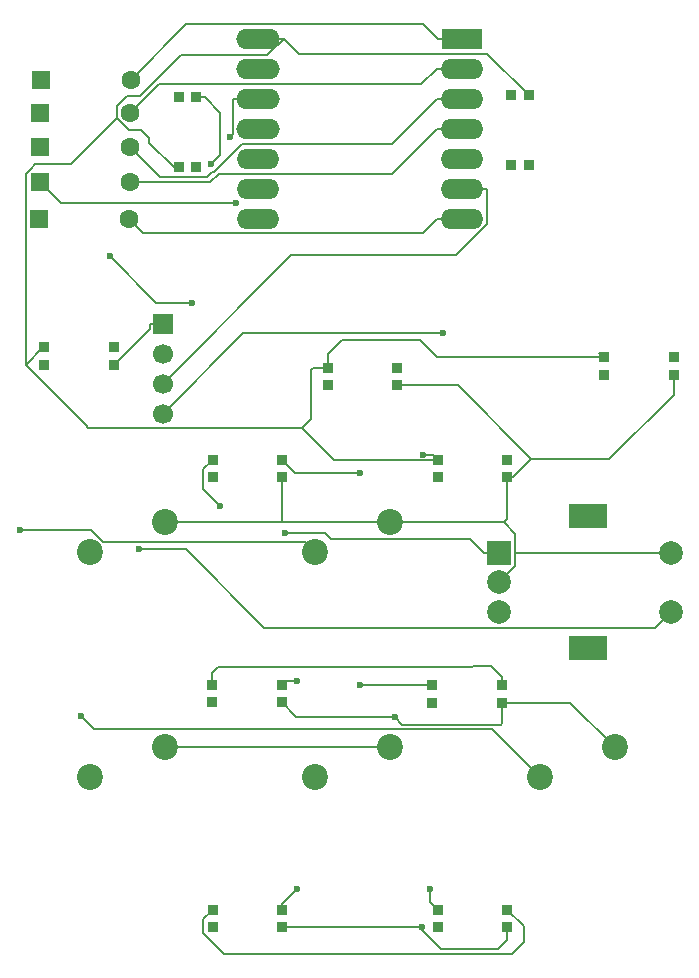
<source format=gbr>
%TF.GenerationSoftware,KiCad,Pcbnew,9.0.7*%
%TF.CreationDate,2026-01-31T12:03:09-06:00*%
%TF.ProjectId,PRO,50524f2e-6b69-4636-9164-5f7063625858,rev?*%
%TF.SameCoordinates,Original*%
%TF.FileFunction,Copper,L2,Bot*%
%TF.FilePolarity,Positive*%
%FSLAX46Y46*%
G04 Gerber Fmt 4.6, Leading zero omitted, Abs format (unit mm)*
G04 Created by KiCad (PCBNEW 9.0.7) date 2026-01-31 12:03:09*
%MOMM*%
%LPD*%
G01*
G04 APERTURE LIST*
G04 Aperture macros list*
%AMRoundRect*
0 Rectangle with rounded corners*
0 $1 Rounding radius*
0 $2 $3 $4 $5 $6 $7 $8 $9 X,Y pos of 4 corners*
0 Add a 4 corners polygon primitive as box body*
4,1,4,$2,$3,$4,$5,$6,$7,$8,$9,$2,$3,0*
0 Add four circle primitives for the rounded corners*
1,1,$1+$1,$2,$3*
1,1,$1+$1,$4,$5*
1,1,$1+$1,$6,$7*
1,1,$1+$1,$8,$9*
0 Add four rect primitives between the rounded corners*
20,1,$1+$1,$2,$3,$4,$5,0*
20,1,$1+$1,$4,$5,$6,$7,0*
20,1,$1+$1,$6,$7,$8,$9,0*
20,1,$1+$1,$8,$9,$2,$3,0*%
G04 Aperture macros list end*
%TA.AperFunction,SMDPad,CuDef*%
%ADD10RoundRect,0.082000X-0.368000X0.328000X-0.368000X-0.328000X0.368000X-0.328000X0.368000X0.328000X0*%
%TD*%
%TA.AperFunction,SMDPad,CuDef*%
%ADD11RoundRect,0.082000X-0.367999X0.328000X-0.367999X-0.328000X0.367999X-0.328000X0.367999X0.328000X0*%
%TD*%
%TA.AperFunction,ComponentPad*%
%ADD12R,2.000000X2.000000*%
%TD*%
%TA.AperFunction,ComponentPad*%
%ADD13C,2.000000*%
%TD*%
%TA.AperFunction,ComponentPad*%
%ADD14R,3.200000X2.000000*%
%TD*%
%TA.AperFunction,SMDPad,CuDef*%
%ADD15RoundRect,0.082000X0.328000X0.367999X-0.328000X0.367999X-0.328000X-0.367999X0.328000X-0.367999X0*%
%TD*%
%TA.AperFunction,SMDPad,CuDef*%
%ADD16RoundRect,0.082000X0.328000X0.368000X-0.328000X0.368000X-0.328000X-0.368000X0.328000X-0.368000X0*%
%TD*%
%TA.AperFunction,SMDPad,CuDef*%
%ADD17RoundRect,0.082000X-0.328000X-0.367999X0.328000X-0.367999X0.328000X0.367999X-0.328000X0.367999X0*%
%TD*%
%TA.AperFunction,SMDPad,CuDef*%
%ADD18RoundRect,0.082000X-0.328000X-0.368000X0.328000X-0.368000X0.328000X0.368000X-0.328000X0.368000X0*%
%TD*%
%TA.AperFunction,ComponentPad*%
%ADD19C,2.200000*%
%TD*%
%TA.AperFunction,ComponentPad*%
%ADD20RoundRect,0.250000X-0.550000X-0.550000X0.550000X-0.550000X0.550000X0.550000X-0.550000X0.550000X0*%
%TD*%
%TA.AperFunction,ComponentPad*%
%ADD21C,1.600000*%
%TD*%
%TA.AperFunction,ComponentPad*%
%ADD22R,1.700000X1.700000*%
%TD*%
%TA.AperFunction,ComponentPad*%
%ADD23C,1.700000*%
%TD*%
%TA.AperFunction,ComponentPad*%
%ADD24R,3.500000X1.700000*%
%TD*%
%TA.AperFunction,ComponentPad*%
%ADD25O,3.600000X1.700000*%
%TD*%
%TA.AperFunction,ComponentPad*%
%ADD26O,3.700000X1.700000*%
%TD*%
%TA.AperFunction,ViaPad*%
%ADD27C,0.600000*%
%TD*%
%TA.AperFunction,Conductor*%
%ADD28C,0.200000*%
%TD*%
G04 APERTURE END LIST*
D10*
%TO.P,D16,4,DIN*%
%TO.N,Net-(D15-DOUT)*%
X36287500Y-56297158D03*
%TO.P,D16,3,VSS*%
%TO.N,GND*%
X36287500Y-57797158D03*
D11*
%TO.P,D16,2*%
%TO.N,N/C*%
X30387501Y-57797158D03*
%TO.P,D16,1,VDD*%
%TO.N,Net-(D10-VDD)*%
X30387501Y-56297158D03*
%TD*%
D10*
%TO.P,D10,4,DIN*%
%TO.N,Net-(D10-DIN)*%
X69625000Y-103922158D03*
%TO.P,D10,3,VSS*%
%TO.N,GND*%
X69625000Y-105422158D03*
D11*
%TO.P,D10,2*%
%TO.N,N/C*%
X63725001Y-105422158D03*
%TO.P,D10,1,VDD*%
%TO.N,Net-(D10-VDD)*%
X63725001Y-103922158D03*
%TD*%
%TO.P,D15,1,VDD*%
%TO.N,Net-(D10-VDD)*%
X77793701Y-57149958D03*
%TO.P,D15,2*%
%TO.N,N/C*%
X77793701Y-58649958D03*
D10*
%TO.P,D15,3,VSS*%
%TO.N,GND*%
X83693700Y-58649958D03*
%TO.P,D15,4,DIN*%
%TO.N,Net-(D14-DOUT)*%
X83693700Y-57149958D03*
%TD*%
D12*
%TO.P,RE1,A,A*%
%TO.N,Net-(D6-DIN)*%
X68950000Y-73700000D03*
D13*
%TO.P,RE1,B,B*%
%TO.N,Net-(U1-PA5_A9_D9_MISO)*%
X68950000Y-78700000D03*
%TO.P,RE1,C,C*%
%TO.N,GND*%
X68950000Y-76200000D03*
D14*
%TO.P,RE1,MP*%
%TO.N,N/C*%
X76450000Y-70600000D03*
X76450000Y-81800000D03*
D13*
%TO.P,RE1,S1,S1*%
%TO.N,Net-(D17-A)*%
X83450000Y-78700000D03*
%TO.P,RE1,S2,S2*%
%TO.N,GND*%
X83450000Y-73700000D03*
%TD*%
D15*
%TO.P,D13,1,VDD*%
%TO.N,Net-(D10-VDD)*%
X71437542Y-34931201D03*
%TO.P,D13,2*%
%TO.N,N/C*%
X69937542Y-34931201D03*
D16*
%TO.P,D13,3,VSS*%
%TO.N,unconnected-(D13-VSS-Pad3)*%
X69937542Y-40831200D03*
%TO.P,D13,4,DIN*%
%TO.N,Net-(D12-DOUT)*%
X71437542Y-40831200D03*
%TD*%
D17*
%TO.P,D14,1,VDD*%
%TO.N,Net-(D10-VDD)*%
X41790858Y-41049999D03*
%TO.P,D14,2*%
%TO.N,N/C*%
X43290858Y-41049999D03*
D18*
%TO.P,D14,3,VSS*%
%TO.N,GND*%
X43290858Y-35150000D03*
%TO.P,D14,4,DIN*%
%TO.N,Net-(D13-DOUT)*%
X41790858Y-35150000D03*
%TD*%
D19*
%TO.P,SW2,1,1*%
%TO.N,GND*%
X59690000Y-71120000D03*
%TO.P,SW2,2,2*%
%TO.N,Net-(D2-K)*%
X53340000Y-73660000D03*
%TD*%
%TO.P,SW3,1,1*%
%TO.N,GND*%
X40640000Y-90170000D03*
%TO.P,SW3,2,2*%
%TO.N,Net-(D3-K)*%
X34290000Y-92710000D03*
%TD*%
D11*
%TO.P,D11,1,VDD*%
%TO.N,Net-(D10-VDD)*%
X63725001Y-65822158D03*
%TO.P,D11,2*%
%TO.N,N/C*%
X63725001Y-67322158D03*
D10*
%TO.P,D11,3,VSS*%
%TO.N,GND*%
X69625000Y-67322158D03*
%TO.P,D11,4,DIN*%
%TO.N,unconnected-(D11-DIN-Pad4)*%
X69625000Y-65822158D03*
%TD*%
D19*
%TO.P,SW5,1,1*%
%TO.N,GND*%
X78740000Y-90170000D03*
%TO.P,SW5,2,2*%
%TO.N,Net-(D5-K)*%
X72390000Y-92710000D03*
%TD*%
%TO.P,SW4,1,1*%
%TO.N,GND*%
X59690000Y-90170000D03*
%TO.P,SW4,2,2*%
%TO.N,Net-(D4-K)*%
X53340000Y-92710000D03*
%TD*%
%TO.P,SWw1,1,1*%
%TO.N,GND*%
X40640000Y-71120000D03*
%TO.P,SWw1,2,2*%
%TO.N,Net-(D1-K)*%
X34290000Y-73660000D03*
%TD*%
D20*
%TO.P,D3,1,K*%
%TO.N,Net-(D3-K)*%
X30070000Y-39350000D03*
D21*
%TO.P,D3,2,A*%
%TO.N,Net-(D3-A)*%
X37690000Y-39350000D03*
%TD*%
D20*
%TO.P,D4,1,K*%
%TO.N,Net-(D4-K)*%
X30050000Y-42290000D03*
D21*
%TO.P,D4,2,A*%
%TO.N,Net-(D4-A)*%
X37670000Y-42290000D03*
%TD*%
D22*
%TO.P,U2,1,GND*%
%TO.N,GND*%
X40481300Y-54292500D03*
D23*
%TO.P,U2,2,VCC*%
%TO.N,Net-(U1-3V3)*%
X40481300Y-56832500D03*
%TO.P,U2,3,SCL*%
%TO.N,Net-(U1-PA9_A5_D5_SCL)*%
X40481300Y-59372500D03*
%TO.P,U2,4,SDA*%
%TO.N,Net-(U1-PA8_A4_D4_SDA)*%
X40481300Y-61912500D03*
%TD*%
D11*
%TO.P,D12,1,VDD*%
%TO.N,Net-(D10-VDD)*%
X54418701Y-58031258D03*
%TO.P,D12,2*%
%TO.N,N/C*%
X54418701Y-59531258D03*
D10*
%TO.P,D12,3,VSS*%
%TO.N,GND*%
X60318700Y-59531258D03*
%TO.P,D12,4,DIN*%
%TO.N,Net-(D11-DOUT)*%
X60318700Y-58031258D03*
%TD*%
D20*
%TO.P,D5,1,K*%
%TO.N,Net-(D5-K)*%
X29950000Y-45410000D03*
D21*
%TO.P,D5,2,A*%
%TO.N,Net-(D5-A)*%
X37570000Y-45410000D03*
%TD*%
D20*
%TO.P,D2,1,K*%
%TO.N,Net-(D2-K)*%
X30070000Y-36440000D03*
D21*
%TO.P,D2,2,A*%
%TO.N,Net-(D2-A)*%
X37690000Y-36440000D03*
%TD*%
D20*
%TO.P,D1,1,K*%
%TO.N,Net-(D1-K)*%
X30100000Y-33630000D03*
D21*
%TO.P,D1,2,A*%
%TO.N,Net-(D1-A)*%
X37720000Y-33630000D03*
%TD*%
D11*
%TO.P,D6,1,DOUT*%
%TO.N,Net-(D6-DOUT)*%
X44610001Y-84873358D03*
%TO.P,D6,2*%
%TO.N,N/C*%
X44610001Y-86373358D03*
D10*
%TO.P,D6,3,VSS*%
%TO.N,GND*%
X50510000Y-86373358D03*
%TO.P,D6,4,DIN*%
%TO.N,Net-(D6-DIN)*%
X50510000Y-84873358D03*
%TD*%
D11*
%TO.P,D8,1,DOUT*%
%TO.N,Net-(D8-DOUT)*%
X44675001Y-65822158D03*
%TO.P,D8,2*%
%TO.N,N/C*%
X44675001Y-67322158D03*
D10*
%TO.P,D8,3,VSS*%
%TO.N,GND*%
X50575000Y-67322158D03*
%TO.P,D8,4,DIN*%
%TO.N,Net-(D7-DOUT)*%
X50575000Y-65822158D03*
%TD*%
D11*
%TO.P,D9,1,DOUT*%
%TO.N,Net-(D10-DIN)*%
X44675001Y-103922158D03*
%TO.P,D9,2*%
%TO.N,N/C*%
X44675001Y-105422158D03*
D10*
%TO.P,D9,3,VSS*%
%TO.N,GND*%
X50575000Y-105422158D03*
%TO.P,D9,4,DIN*%
%TO.N,Net-(D8-DOUT)*%
X50575000Y-103922158D03*
%TD*%
D24*
%TO.P,U1,1,PA02_A0_D0*%
%TO.N,Net-(D1-A)*%
X65775000Y-30162500D03*
D25*
%TO.P,U1,2,PA4_A1_D1*%
%TO.N,Net-(D2-A)*%
X65775000Y-32702500D03*
%TO.P,U1,3,PA10_A2_D2*%
%TO.N,Net-(D3-A)*%
X65775000Y-35242500D03*
%TO.P,U1,4,PA11_A3_D3*%
%TO.N,Net-(D4-A)*%
X65775000Y-37782500D03*
%TO.P,U1,5,PA8_A4_D4_SDA*%
%TO.N,Net-(U1-PA8_A4_D4_SDA)*%
X65775000Y-40322500D03*
%TO.P,U1,6,PA9_A5_D5_SCL*%
%TO.N,Net-(U1-PA9_A5_D5_SCL)*%
X65775000Y-42862500D03*
%TO.P,U1,7,PB08_A6_D6_TX*%
%TO.N,Net-(D5-A)*%
X65775000Y-45402500D03*
%TO.P,U1,8,PB09_A7_D7_RX*%
%TO.N,Net-(D6-DIN)*%
X48525000Y-45402500D03*
%TO.P,U1,9,PA7_A8_D8_SCK*%
X48525000Y-42862500D03*
%TO.P,U1,10,PA5_A9_D9_MISO*%
%TO.N,Net-(U1-PA5_A9_D9_MISO)*%
X48525000Y-40322500D03*
D26*
%TO.P,U1,11,PA6_A10_D10_MOSI*%
%TO.N,Net-(D17-K)*%
X48525000Y-37782500D03*
%TO.P,U1,12,3V3*%
%TO.N,Net-(U1-3V3)*%
X48525000Y-35242500D03*
%TO.P,U1,13,GND*%
%TO.N,unconnected-(U1-GND-Pad13)*%
X48525000Y-32702500D03*
%TO.P,U1,14,5V*%
%TO.N,Net-(D10-VDD)*%
X48525000Y-30162500D03*
%TD*%
D11*
%TO.P,D7,1,DOUT*%
%TO.N,Net-(D7-DOUT)*%
X63272301Y-84890958D03*
%TO.P,D7,2*%
%TO.N,N/C*%
X63272301Y-86390958D03*
D10*
%TO.P,D7,3,VSS*%
%TO.N,GND*%
X69172300Y-86390958D03*
%TO.P,D7,4,DIN*%
%TO.N,Net-(D6-DOUT)*%
X69172300Y-84890958D03*
%TD*%
D27*
%TO.N,Net-(D6-DIN)*%
X51837200Y-84595300D03*
%TO.N,Net-(D17-K)*%
X42940000Y-52530000D03*
X35970000Y-48600000D03*
%TO.N,Net-(U1-PA8_A4_D4_SDA)*%
X64137700Y-55133300D03*
%TO.N,Net-(U1-3V3)*%
X46108100Y-38521500D03*
%TO.N,Net-(D17-A)*%
X38478500Y-73414700D03*
%TO.N,Net-(D8-DOUT)*%
X45319500Y-69705600D03*
X51851600Y-102173700D03*
%TO.N,Net-(D7-DOUT)*%
X57150700Y-66918100D03*
X57150700Y-84916200D03*
%TO.N,Net-(D6-DIN)*%
X50760000Y-71990000D03*
%TO.N,Net-(D5-K)*%
X33488300Y-87541500D03*
%TO.N,Net-(D4-K)*%
X46635900Y-44054800D03*
%TO.N,Net-(D2-K)*%
X28379900Y-71741200D03*
%TO.N,GND*%
X60108500Y-87631600D03*
X44523800Y-40821100D03*
X62431100Y-105357000D03*
%TO.N,Net-(D10-VDD)*%
X63066300Y-102155600D03*
X62451000Y-65424300D03*
%TD*%
D28*
%TO.N,Net-(D10-VDD)*%
X28836500Y-57836500D02*
X28836500Y-57760000D01*
%TO.N,Net-(D17-K)*%
X39900000Y-52530000D02*
X35970000Y-48600000D01*
X42940000Y-52530000D02*
X39900000Y-52530000D01*
%TO.N,GND*%
X45320000Y-36430000D02*
X44040000Y-35150000D01*
X44040000Y-35150000D02*
X43290858Y-35150000D01*
X45320000Y-40024900D02*
X45320000Y-36430000D01*
X44523800Y-40821100D02*
X45320000Y-40024900D01*
%TO.N,Net-(D10-VDD)*%
X37555900Y-37895000D02*
X36580400Y-36919500D01*
X38635900Y-37895000D02*
X37555900Y-37895000D01*
X39310000Y-38569100D02*
X38635900Y-37895000D01*
X39310000Y-38980000D02*
X39310000Y-38569100D01*
X41360000Y-41030000D02*
X39310000Y-38980000D01*
%TO.N,GND*%
X65421300Y-59531300D02*
X71670000Y-65780000D01*
X60318700Y-59531300D02*
X65421300Y-59531300D01*
X78230000Y-65780000D02*
X83693700Y-60316300D01*
X71670000Y-65780000D02*
X78230000Y-65780000D01*
X70127842Y-67322158D02*
X71670000Y-65780000D01*
X83693700Y-60316300D02*
X83693700Y-58649958D01*
X69625000Y-67322158D02*
X70127842Y-67322158D01*
X62431100Y-105670100D02*
X62431100Y-105357000D01*
X68870000Y-107229000D02*
X63990000Y-107229000D01*
X69625000Y-106474000D02*
X68870000Y-107229000D01*
X63990000Y-107229000D02*
X62431100Y-105670100D01*
X69625000Y-105422158D02*
X69625000Y-106474000D01*
%TO.N,Net-(D10-DIN)*%
X43876800Y-104720400D02*
X44675000Y-103922200D01*
X45642000Y-107630000D02*
X43876800Y-105864800D01*
X70060000Y-107630000D02*
X45642000Y-107630000D01*
X43876800Y-105864800D02*
X43876800Y-104720400D01*
X71040000Y-106650000D02*
X70060000Y-107630000D01*
X71040000Y-105337200D02*
X71040000Y-106650000D01*
X69625000Y-103922200D02*
X71040000Y-105337200D01*
%TO.N,Net-(D6-DOUT)*%
X44610001Y-83879999D02*
X44610001Y-84873358D01*
X45115510Y-83374490D02*
X44610001Y-83879999D01*
X46568349Y-83374490D02*
X45115510Y-83374490D01*
X66645510Y-83374490D02*
X46568349Y-83374490D01*
X66700000Y-83320000D02*
X66645510Y-83374490D01*
X68550000Y-83630000D02*
X68240000Y-83320000D01*
X69172300Y-84252300D02*
X68550000Y-83630000D01*
X69172300Y-84890958D02*
X69172300Y-84252300D01*
X68240000Y-83320000D02*
X66700000Y-83320000D01*
%TO.N,GND*%
X60726200Y-88249300D02*
X60108500Y-87631600D01*
X69049300Y-88249300D02*
X60726200Y-88249300D01*
X69060000Y-88260000D02*
X69049300Y-88249300D01*
X69172300Y-88147700D02*
X69060000Y-88260000D01*
X69172300Y-86390958D02*
X69172300Y-88147700D01*
%TO.N,Net-(D10-VDD)*%
X54418701Y-56861299D02*
X54418701Y-58031258D01*
X63709958Y-57149958D02*
X62250000Y-55690000D01*
X55590000Y-55690000D02*
X54418701Y-56861299D01*
X62250000Y-55690000D02*
X55590000Y-55690000D01*
X77793701Y-57149958D02*
X63709958Y-57149958D01*
X53198742Y-58031258D02*
X54418701Y-58031258D01*
X53000000Y-58230000D02*
X53198742Y-58031258D01*
X53000000Y-62362000D02*
X53000000Y-58230000D01*
X52229000Y-63133000D02*
X53000000Y-62362000D01*
X54918200Y-65822200D02*
X52229000Y-63133000D01*
X63327100Y-65424300D02*
X63725000Y-65822200D01*
X63725000Y-65822200D02*
X54918200Y-65822200D01*
X62451000Y-65424300D02*
X63327100Y-65424300D01*
%TO.N,Net-(D6-DIN)*%
X67648300Y-73700000D02*
X68950000Y-73700000D01*
X66500000Y-72551700D02*
X67648300Y-73700000D01*
X54720200Y-72551700D02*
X66500000Y-72551700D01*
X54176900Y-72008400D02*
X54720200Y-72551700D01*
X50760000Y-71990000D02*
X50778400Y-72008400D01*
X50778400Y-72008400D02*
X54176900Y-72008400D01*
%TO.N,Net-(D8-DOUT)*%
X43880000Y-68266100D02*
X45319500Y-69705600D01*
X43880000Y-66617200D02*
X43880000Y-68266100D01*
X44675000Y-65822200D02*
X43880000Y-66617200D01*
%TO.N,Net-(U1-PA8_A4_D4_SDA)*%
X47260500Y-55133300D02*
X40481300Y-61912500D01*
X64137700Y-55133300D02*
X47260500Y-55133300D01*
%TO.N,Net-(U1-PA9_A5_D5_SCL)*%
X67876700Y-45902500D02*
X67876700Y-42862500D01*
X65265800Y-48513400D02*
X67876700Y-45902500D01*
X51340400Y-48513400D02*
X65265800Y-48513400D01*
X40481300Y-59372500D02*
X51340400Y-48513400D01*
X64775000Y-42862500D02*
X67876700Y-42862500D01*
%TO.N,Net-(U1-3V3)*%
X46373300Y-38256300D02*
X46108100Y-38521500D01*
X46373300Y-35242500D02*
X46373300Y-38256300D01*
X49525000Y-35242500D02*
X46373300Y-35242500D01*
%TO.N,Net-(D17-A)*%
X42377100Y-73414700D02*
X38478500Y-73414700D01*
X48994200Y-80031800D02*
X42377100Y-73414700D01*
X82118200Y-80031800D02*
X48994200Y-80031800D01*
X83450000Y-78700000D02*
X82118200Y-80031800D01*
%TO.N,Net-(D8-DOUT)*%
X50575000Y-103450300D02*
X50575000Y-103922200D01*
X51851600Y-102173700D02*
X50575000Y-103450300D01*
%TO.N,Net-(D7-DOUT)*%
X51670900Y-66918100D02*
X57150700Y-66918100D01*
X50575000Y-65822200D02*
X51670900Y-66918100D01*
X63247100Y-84916200D02*
X63272300Y-84891000D01*
X57150700Y-84916200D02*
X63247100Y-84916200D01*
%TO.N,Net-(D5-K)*%
X68330300Y-88650300D02*
X72390000Y-92710000D01*
X34597100Y-88650300D02*
X68330300Y-88650300D01*
X33488300Y-87541500D02*
X34597100Y-88650300D01*
%TO.N,Net-(D5-A)*%
X38790400Y-46630400D02*
X37570000Y-45410000D01*
X62445400Y-46630400D02*
X38790400Y-46630400D01*
X63673300Y-45402500D02*
X62445400Y-46630400D01*
X64775000Y-45402500D02*
X63673300Y-45402500D01*
%TO.N,Net-(D4-K)*%
X31814800Y-44054800D02*
X30050000Y-42290000D01*
X46635900Y-44054800D02*
X31814800Y-44054800D01*
%TO.N,Net-(D4-A)*%
X64775000Y-37782500D02*
X63673300Y-37782500D01*
X59863300Y-41592500D02*
X63673300Y-37782500D01*
X45171300Y-41592500D02*
X59863300Y-41592500D01*
X44473800Y-42290000D02*
X45171300Y-41592500D01*
X37670000Y-42290000D02*
X44473800Y-42290000D01*
%TO.N,Net-(D3-A)*%
X64775000Y-35242500D02*
X63673300Y-35242500D01*
X59863400Y-39052400D02*
X63673300Y-35242500D01*
X47143400Y-39052400D02*
X59863400Y-39052400D01*
X44773000Y-41422800D02*
X47143400Y-39052400D01*
X44603600Y-41422800D02*
X44773000Y-41422800D01*
X44181300Y-41845100D02*
X44603600Y-41422800D01*
X40185100Y-41845100D02*
X44181300Y-41845100D01*
X37690000Y-39350000D02*
X40185100Y-41845100D01*
%TO.N,Net-(D2-K)*%
X34353600Y-71741200D02*
X28379900Y-71741200D01*
X35391800Y-72779400D02*
X34353600Y-71741200D01*
X52459400Y-72779400D02*
X35391800Y-72779400D01*
X53340000Y-73660000D02*
X52459400Y-72779400D01*
%TO.N,Net-(D2-A)*%
X62343300Y-34032500D02*
X63673300Y-32702500D01*
X40097500Y-34032500D02*
X62343300Y-34032500D01*
X37690000Y-36440000D02*
X40097500Y-34032500D01*
X64775000Y-32702500D02*
X63673300Y-32702500D01*
%TO.N,Net-(D1-A)*%
X42392100Y-28957900D02*
X37720000Y-33630000D01*
X62518700Y-28957900D02*
X42392100Y-28957900D01*
X63723300Y-30162500D02*
X62518700Y-28957900D01*
X64775000Y-30162500D02*
X63723300Y-30162500D01*
%TO.N,GND*%
X50575000Y-71120000D02*
X50575000Y-67322200D01*
X40640000Y-71120000D02*
X50575000Y-71120000D01*
X39329600Y-54755100D02*
X39329600Y-54292500D01*
X36287500Y-57797200D02*
X39329600Y-54755100D01*
X40481300Y-54292500D02*
X39329600Y-54292500D01*
X74961000Y-86391000D02*
X69172300Y-86391000D01*
X78740000Y-90170000D02*
X74961000Y-86391000D01*
X70314500Y-73700000D02*
X83450000Y-73700000D01*
X70314500Y-74835500D02*
X70314500Y-73700000D01*
X68950000Y-76200000D02*
X70314500Y-74835500D01*
X70314500Y-72080900D02*
X69353600Y-71120000D01*
X70314500Y-73700000D02*
X70314500Y-72080900D01*
X59690000Y-71120000D02*
X69353600Y-71120000D01*
X69625000Y-70848600D02*
X69625000Y-67322200D01*
X69353600Y-71120000D02*
X69625000Y-70848600D01*
X51768200Y-87631600D02*
X50510000Y-86373400D01*
X60108500Y-87631600D02*
X51768200Y-87631600D01*
X40640000Y-90170000D02*
X59690000Y-90170000D01*
X59690000Y-71120000D02*
X50575000Y-71120000D01*
X62365900Y-105422200D02*
X62431100Y-105357000D01*
X50575000Y-105422200D02*
X62365900Y-105422200D01*
%TO.N,Net-(D10-VDD)*%
X77404800Y-56761100D02*
X77793700Y-57150000D01*
X54418700Y-58031300D02*
X54539100Y-58031300D01*
X63066300Y-103263500D02*
X63066300Y-102155600D01*
X63725000Y-103922200D02*
X63066300Y-103263500D01*
X51946700Y-31432500D02*
X50676700Y-30162500D01*
X67938800Y-31432500D02*
X51946700Y-31432500D01*
X71437500Y-34931200D02*
X67938800Y-31432500D01*
X49525000Y-30162500D02*
X50676700Y-30162500D01*
X36580400Y-35910400D02*
X36580400Y-36919500D01*
X37440800Y-35050000D02*
X36580400Y-35910400D01*
X38487700Y-35050000D02*
X37440800Y-35050000D01*
X41986900Y-31550800D02*
X38487700Y-35050000D01*
X49288400Y-31550800D02*
X41986900Y-31550800D01*
X50676700Y-30162500D02*
X49288400Y-31550800D01*
X34000000Y-63000000D02*
X28836500Y-57836500D01*
X29264840Y-41189000D02*
X29268800Y-41189000D01*
X29647800Y-40810000D02*
X32689900Y-40810000D01*
X29268800Y-41189000D02*
X29647800Y-40810000D01*
X28836500Y-41621300D02*
X28949000Y-41508800D01*
X28949000Y-41504840D02*
X29264840Y-41189000D01*
X28949000Y-41508800D02*
X28949000Y-41504840D01*
X32689900Y-40810000D02*
X36580400Y-36919500D01*
X34133000Y-63133000D02*
X33920000Y-62920000D01*
X52229000Y-63133000D02*
X34133000Y-63133000D01*
X30299342Y-56297158D02*
X28836500Y-57760000D01*
X28836500Y-57760000D02*
X28836500Y-41621300D01*
X30387501Y-56297158D02*
X30299342Y-56297158D01*
%TO.N,Net-(D6-DIN)*%
X50788100Y-84595300D02*
X50510000Y-84873400D01*
X51837200Y-84595300D02*
X50788100Y-84595300D01*
%TD*%
M02*

</source>
